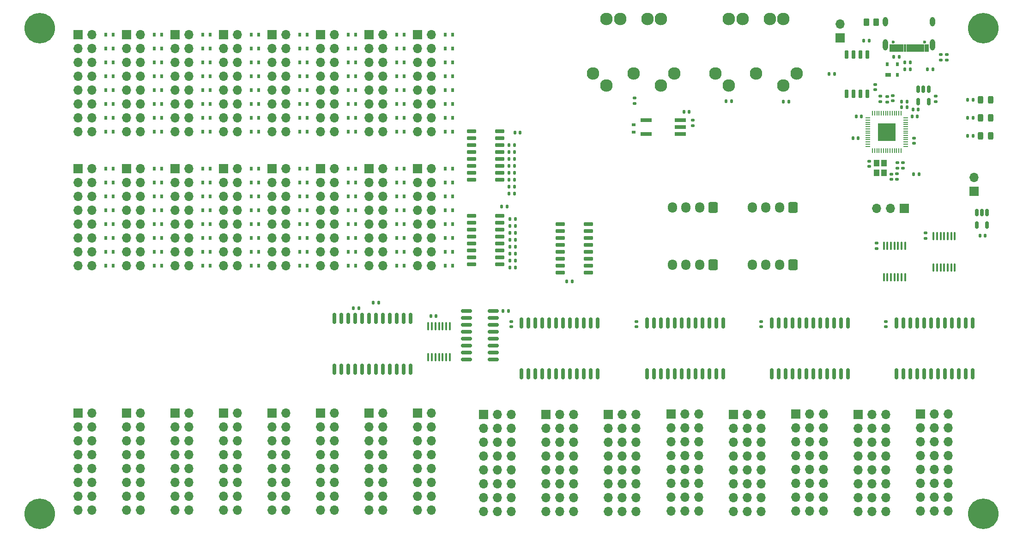
<source format=gts>
G04 #@! TF.GenerationSoftware,KiCad,Pcbnew,6.0.9*
G04 #@! TF.CreationDate,2022-11-14T17:03:07+01:00*
G04 #@! TF.ProjectId,OpenDeck-r3.1.0,4f70656e-4465-4636-9b2d-72332e312e30,rev?*
G04 #@! TF.SameCoordinates,Original*
G04 #@! TF.FileFunction,Soldermask,Top*
G04 #@! TF.FilePolarity,Negative*
%FSLAX46Y46*%
G04 Gerber Fmt 4.6, Leading zero omitted, Abs format (unit mm)*
G04 Created by KiCad (PCBNEW 6.0.9) date 2022-11-14 17:03:07*
%MOMM*%
%LPD*%
G01*
G04 APERTURE LIST*
G04 Aperture macros list*
%AMRoundRect*
0 Rectangle with rounded corners*
0 $1 Rounding radius*
0 $2 $3 $4 $5 $6 $7 $8 $9 X,Y pos of 4 corners*
0 Add a 4 corners polygon primitive as box body*
4,1,4,$2,$3,$4,$5,$6,$7,$8,$9,$2,$3,0*
0 Add four circle primitives for the rounded corners*
1,1,$1+$1,$2,$3*
1,1,$1+$1,$4,$5*
1,1,$1+$1,$6,$7*
1,1,$1+$1,$8,$9*
0 Add four rect primitives between the rounded corners*
20,1,$1+$1,$2,$3,$4,$5,0*
20,1,$1+$1,$4,$5,$6,$7,0*
20,1,$1+$1,$6,$7,$8,$9,0*
20,1,$1+$1,$8,$9,$2,$3,0*%
G04 Aperture macros list end*
%ADD10C,0.010000*%
%ADD11R,2.000000X0.640000*%
%ADD12R,0.600000X0.700000*%
%ADD13RoundRect,0.140000X0.170000X-0.140000X0.170000X0.140000X-0.170000X0.140000X-0.170000X-0.140000X0*%
%ADD14R,1.700000X1.700000*%
%ADD15O,1.700000X1.700000*%
%ADD16RoundRect,0.243750X0.243750X0.456250X-0.243750X0.456250X-0.243750X-0.456250X0.243750X-0.456250X0*%
%ADD17RoundRect,0.135000X-0.135000X-0.185000X0.135000X-0.185000X0.135000X0.185000X-0.135000X0.185000X0*%
%ADD18C,5.600000*%
%ADD19RoundRect,0.250000X0.600000X0.725000X-0.600000X0.725000X-0.600000X-0.725000X0.600000X-0.725000X0*%
%ADD20O,1.700000X1.950000*%
%ADD21RoundRect,0.140000X0.140000X0.170000X-0.140000X0.170000X-0.140000X-0.170000X0.140000X-0.170000X0*%
%ADD22RoundRect,0.135000X-0.185000X0.135000X-0.185000X-0.135000X0.185000X-0.135000X0.185000X0.135000X0*%
%ADD23C,2.300000*%
%ADD24RoundRect,0.140000X-0.140000X-0.170000X0.140000X-0.170000X0.140000X0.170000X-0.140000X0.170000X0*%
%ADD25RoundRect,0.140000X-0.170000X0.140000X-0.170000X-0.140000X0.170000X-0.140000X0.170000X0.140000X0*%
%ADD26RoundRect,0.150000X-0.150000X0.650000X-0.150000X-0.650000X0.150000X-0.650000X0.150000X0.650000X0*%
%ADD27RoundRect,0.150000X-0.725000X-0.150000X0.725000X-0.150000X0.725000X0.150000X-0.725000X0.150000X0*%
%ADD28R,1.000000X1.150000*%
%ADD29RoundRect,0.150000X-0.150000X0.512500X-0.150000X-0.512500X0.150000X-0.512500X0.150000X0.512500X0*%
%ADD30RoundRect,0.100000X0.100000X-0.637500X0.100000X0.637500X-0.100000X0.637500X-0.100000X-0.637500X0*%
%ADD31R,0.700000X0.600000*%
%ADD32RoundRect,0.135000X0.185000X-0.135000X0.185000X0.135000X-0.185000X0.135000X-0.185000X-0.135000X0*%
%ADD33RoundRect,0.150000X-0.825000X-0.150000X0.825000X-0.150000X0.825000X0.150000X-0.825000X0.150000X0*%
%ADD34RoundRect,0.150000X0.150000X-0.875000X0.150000X0.875000X-0.150000X0.875000X-0.150000X-0.875000X0*%
%ADD35RoundRect,0.135000X0.135000X0.185000X-0.135000X0.185000X-0.135000X-0.185000X0.135000X-0.185000X0*%
%ADD36RoundRect,0.050000X-0.387500X-0.050000X0.387500X-0.050000X0.387500X0.050000X-0.387500X0.050000X0*%
%ADD37RoundRect,0.050000X-0.050000X-0.387500X0.050000X-0.387500X0.050000X0.387500X-0.050000X0.387500X0*%
%ADD38R,3.200000X3.200000*%
%ADD39R,1.000000X0.700000*%
%ADD40RoundRect,0.150000X0.725000X0.150000X-0.725000X0.150000X-0.725000X-0.150000X0.725000X-0.150000X0*%
%ADD41C,0.600000*%
%ADD42O,0.950000X2.050000*%
%ADD43O,0.950000X1.750000*%
%ADD44RoundRect,0.250000X-0.262500X-0.450000X0.262500X-0.450000X0.262500X0.450000X-0.262500X0.450000X0*%
G04 APERTURE END LIST*
G36*
X247098000Y-34224400D02*
G01*
X246398000Y-34224400D01*
X246398000Y-32984400D01*
X247098000Y-32984400D01*
X247098000Y-34224400D01*
G37*
D10*
X247098000Y-34224400D02*
X246398000Y-34224400D01*
X246398000Y-32984400D01*
X247098000Y-32984400D01*
X247098000Y-34224400D01*
G36*
X245298000Y-34224400D02*
G01*
X244898000Y-34224400D01*
X244898000Y-32984400D01*
X245298000Y-32984400D01*
X245298000Y-34224400D01*
G37*
X245298000Y-34224400D02*
X244898000Y-34224400D01*
X244898000Y-32984400D01*
X245298000Y-32984400D01*
X245298000Y-34224400D01*
G36*
X246298000Y-34224400D02*
G01*
X245898000Y-34224400D01*
X245898000Y-32984400D01*
X246298000Y-32984400D01*
X246298000Y-34224400D01*
G37*
X246298000Y-34224400D02*
X245898000Y-34224400D01*
X245898000Y-32984400D01*
X246298000Y-32984400D01*
X246298000Y-34224400D01*
G36*
X243798000Y-34224400D02*
G01*
X243398000Y-34224400D01*
X243398000Y-32984400D01*
X243798000Y-32984400D01*
X243798000Y-34224400D01*
G37*
X243798000Y-34224400D02*
X243398000Y-34224400D01*
X243398000Y-32984400D01*
X243798000Y-32984400D01*
X243798000Y-34224400D01*
G36*
X241498000Y-34224400D02*
G01*
X240798000Y-34224400D01*
X240798000Y-32984400D01*
X241498000Y-32984400D01*
X241498000Y-34224400D01*
G37*
X241498000Y-34224400D02*
X240798000Y-34224400D01*
X240798000Y-32984400D01*
X241498000Y-32984400D01*
X241498000Y-34224400D01*
G36*
X244798000Y-34224400D02*
G01*
X244398000Y-34224400D01*
X244398000Y-32984400D01*
X244798000Y-32984400D01*
X244798000Y-34224400D01*
G37*
X244798000Y-34224400D02*
X244398000Y-34224400D01*
X244398000Y-32984400D01*
X244798000Y-32984400D01*
X244798000Y-34224400D01*
G36*
X247898000Y-34224400D02*
G01*
X247198000Y-34224400D01*
X247198000Y-32984400D01*
X247898000Y-32984400D01*
X247898000Y-34224400D01*
G37*
X247898000Y-34224400D02*
X247198000Y-34224400D01*
X247198000Y-32984400D01*
X247898000Y-32984400D01*
X247898000Y-34224400D01*
G36*
X242298000Y-34224400D02*
G01*
X241598000Y-34224400D01*
X241598000Y-32984400D01*
X242298000Y-32984400D01*
X242298000Y-34224400D01*
G37*
X242298000Y-34224400D02*
X241598000Y-34224400D01*
X241598000Y-32984400D01*
X242298000Y-32984400D01*
X242298000Y-34224400D01*
G36*
X244298000Y-34224400D02*
G01*
X243898000Y-34224400D01*
X243898000Y-32984400D01*
X244298000Y-32984400D01*
X244298000Y-34224400D01*
G37*
X244298000Y-34224400D02*
X243898000Y-34224400D01*
X243898000Y-32984400D01*
X244298000Y-32984400D01*
X244298000Y-34224400D01*
G36*
X242798000Y-34224400D02*
G01*
X242398000Y-34224400D01*
X242398000Y-32984400D01*
X242798000Y-32984400D01*
X242798000Y-34224400D01*
G37*
X242798000Y-34224400D02*
X242398000Y-34224400D01*
X242398000Y-32984400D01*
X242798000Y-32984400D01*
X242798000Y-34224400D01*
G36*
X243298000Y-34224400D02*
G01*
X242898000Y-34224400D01*
X242898000Y-32984400D01*
X243298000Y-32984400D01*
X243298000Y-34224400D01*
G37*
X243298000Y-34224400D02*
X242898000Y-34224400D01*
X242898000Y-32984400D01*
X243298000Y-32984400D01*
X243298000Y-34224400D01*
G36*
X245798000Y-34224400D02*
G01*
X245398000Y-34224400D01*
X245398000Y-32984400D01*
X245798000Y-32984400D01*
X245798000Y-34224400D01*
G37*
X245798000Y-34224400D02*
X245398000Y-34224400D01*
X245398000Y-32984400D01*
X245798000Y-32984400D01*
X245798000Y-34224400D01*
D11*
X196150000Y-46830000D03*
X196150000Y-49370000D03*
X202450000Y-49370000D03*
X202450000Y-48100000D03*
X202450000Y-46830000D03*
D12*
X141540000Y-36322000D03*
X142940000Y-36322000D03*
X132650000Y-36322000D03*
X134050000Y-36322000D03*
X123760000Y-46482000D03*
X125160000Y-46482000D03*
X114870000Y-46482000D03*
X116270000Y-46482000D03*
D13*
X241401600Y-43329800D03*
X241401600Y-42369800D03*
D14*
X166365000Y-100775000D03*
D15*
X166365000Y-103315000D03*
X166365000Y-105855000D03*
X166365000Y-108395000D03*
X166365000Y-110935000D03*
X166365000Y-113475000D03*
X166365000Y-116015000D03*
X166365000Y-118555000D03*
X168905000Y-100775000D03*
X168905000Y-103315000D03*
X168905000Y-105855000D03*
X168905000Y-108395000D03*
X168905000Y-110935000D03*
X168905000Y-113475000D03*
X168905000Y-116015000D03*
X168905000Y-118555000D03*
X171445000Y-100775000D03*
X171445000Y-103315000D03*
X171445000Y-105855000D03*
X171445000Y-108395000D03*
X171445000Y-110935000D03*
X171445000Y-113475000D03*
X171445000Y-116015000D03*
X171445000Y-118555000D03*
D12*
X132650000Y-65913000D03*
X134050000Y-65913000D03*
D16*
X259382500Y-43180000D03*
X257507500Y-43180000D03*
D17*
X171194000Y-68834000D03*
X172214000Y-68834000D03*
D18*
X258000000Y-30000000D03*
D12*
X141540000Y-31242000D03*
X142940000Y-31242000D03*
X105980000Y-46482000D03*
X107380000Y-46482000D03*
X159320000Y-33782000D03*
X160720000Y-33782000D03*
D19*
X208474000Y-73406000D03*
D20*
X205974000Y-73406000D03*
X203474000Y-73406000D03*
X200974000Y-73406000D03*
D17*
X171194000Y-67564000D03*
X172214000Y-67564000D03*
D14*
X256286000Y-59944000D03*
D15*
X256286000Y-57404000D03*
D17*
X171067000Y-59065640D03*
X172087000Y-59065640D03*
D13*
X243225000Y-55630000D03*
X243225000Y-54670000D03*
D12*
X159320000Y-38862000D03*
X160720000Y-38862000D03*
D21*
X235633200Y-46228000D03*
X234673200Y-46228000D03*
D12*
X123760000Y-36322000D03*
X125160000Y-36322000D03*
D17*
X171067000Y-57795640D03*
X172087000Y-57795640D03*
D12*
X97090000Y-73533000D03*
X98490000Y-73533000D03*
D22*
X204700000Y-46890000D03*
X204700000Y-47910000D03*
D12*
X105980000Y-31242000D03*
X107380000Y-31242000D03*
D19*
X223123000Y-62882000D03*
D20*
X220623000Y-62882000D03*
X218123000Y-62882000D03*
X215623000Y-62882000D03*
D12*
X105980000Y-70993000D03*
X107380000Y-70993000D03*
D23*
X208908000Y-38313000D03*
X216358000Y-38313000D03*
X223808000Y-38313000D03*
X211358000Y-40513000D03*
X221358000Y-40513000D03*
X221358000Y-28363000D03*
X211358000Y-28363000D03*
X213858000Y-28363000D03*
X218858000Y-28363000D03*
D12*
X97090000Y-70993000D03*
X98490000Y-70993000D03*
X159320000Y-65913000D03*
X160720000Y-65913000D03*
X105980000Y-43942000D03*
X107380000Y-43942000D03*
X105980000Y-36322000D03*
X107380000Y-36322000D03*
D13*
X250190000Y-35836800D03*
X250190000Y-34876800D03*
D12*
X132650000Y-41402000D03*
X134050000Y-41402000D03*
D14*
X223652000Y-100745000D03*
D15*
X223652000Y-103285000D03*
X223652000Y-105825000D03*
X223652000Y-108365000D03*
X223652000Y-110905000D03*
X223652000Y-113445000D03*
X223652000Y-115985000D03*
X223652000Y-118525000D03*
X226192000Y-100745000D03*
X226192000Y-103285000D03*
X226192000Y-105825000D03*
X226192000Y-108365000D03*
X226192000Y-110905000D03*
X226192000Y-113445000D03*
X226192000Y-115985000D03*
X226192000Y-118525000D03*
X228732000Y-100745000D03*
X228732000Y-103285000D03*
X228732000Y-105825000D03*
X228732000Y-108365000D03*
X228732000Y-110905000D03*
X228732000Y-113445000D03*
X228732000Y-115985000D03*
X228732000Y-118525000D03*
D14*
X100930596Y-100545916D03*
D15*
X103470596Y-100545916D03*
X100930596Y-103085916D03*
X103470596Y-103085916D03*
X100930596Y-105625916D03*
X103470596Y-105625916D03*
X100930596Y-108165916D03*
X103470596Y-108165916D03*
X100930596Y-110705916D03*
X103470596Y-110705916D03*
X100930596Y-113245916D03*
X103470596Y-113245916D03*
X100930596Y-115785916D03*
X103470596Y-115785916D03*
X100930596Y-118325916D03*
X103470596Y-118325916D03*
D17*
X171067000Y-53985640D03*
X172087000Y-53985640D03*
D12*
X123760000Y-33782000D03*
X125160000Y-33782000D03*
D19*
X223139000Y-73406000D03*
D20*
X220639000Y-73406000D03*
X218139000Y-73406000D03*
X215639000Y-73406000D03*
D13*
X238201200Y-41272400D03*
X238201200Y-40312400D03*
D24*
X243029800Y-44475400D03*
X243989800Y-44475400D03*
D12*
X150430000Y-68453000D03*
X151830000Y-68453000D03*
D21*
X173073000Y-49159640D03*
X172113000Y-49159640D03*
D25*
X249250000Y-42495000D03*
X249250000Y-43455000D03*
D14*
X92075000Y-55753000D03*
D15*
X94615000Y-55753000D03*
X92075000Y-58293000D03*
X94615000Y-58293000D03*
X92075000Y-60833000D03*
X94615000Y-60833000D03*
X92075000Y-63373000D03*
X94615000Y-63373000D03*
X92075000Y-65913000D03*
X94615000Y-65913000D03*
X92075000Y-68453000D03*
X94615000Y-68453000D03*
X92075000Y-70993000D03*
X94615000Y-70993000D03*
X92075000Y-73533000D03*
X94615000Y-73533000D03*
D17*
X247775000Y-37592000D03*
X248795000Y-37592000D03*
D12*
X132650000Y-58293000D03*
X134050000Y-58293000D03*
D17*
X171067000Y-55255640D03*
X172087000Y-55255640D03*
D14*
X109855000Y-55753000D03*
D15*
X112395000Y-55753000D03*
X109855000Y-58293000D03*
X112395000Y-58293000D03*
X109855000Y-60833000D03*
X112395000Y-60833000D03*
X109855000Y-63373000D03*
X112395000Y-63373000D03*
X109855000Y-65913000D03*
X112395000Y-65913000D03*
X109855000Y-68453000D03*
X112395000Y-68453000D03*
X109855000Y-70993000D03*
X112395000Y-70993000D03*
X109855000Y-73533000D03*
X112395000Y-73533000D03*
D12*
X132650000Y-55753000D03*
X134050000Y-55753000D03*
D14*
X243469400Y-63042800D03*
D15*
X240929400Y-63042800D03*
X238389400Y-63042800D03*
D17*
X171067000Y-52715640D03*
X172087000Y-52715640D03*
D12*
X150430000Y-36322000D03*
X151830000Y-36322000D03*
X97090000Y-49022000D03*
X98490000Y-49022000D03*
X97090000Y-31242000D03*
X98490000Y-31242000D03*
D21*
X235074400Y-50190400D03*
X234114400Y-50190400D03*
D12*
X114870000Y-70993000D03*
X116270000Y-70993000D03*
D14*
X136525000Y-31242000D03*
D15*
X139065000Y-31242000D03*
X136525000Y-33782000D03*
X139065000Y-33782000D03*
X136525000Y-36322000D03*
X139065000Y-36322000D03*
X136525000Y-38862000D03*
X139065000Y-38862000D03*
X136525000Y-41402000D03*
X139065000Y-41402000D03*
X136525000Y-43942000D03*
X139065000Y-43942000D03*
X136525000Y-46482000D03*
X139065000Y-46482000D03*
X136525000Y-49022000D03*
X139065000Y-49022000D03*
D17*
X171194000Y-70104000D03*
X172214000Y-70104000D03*
D26*
X236728000Y-34881000D03*
X235458000Y-34881000D03*
X234188000Y-34881000D03*
X232918000Y-34881000D03*
X232918000Y-42081000D03*
X234188000Y-42081000D03*
X235458000Y-42081000D03*
X236728000Y-42081000D03*
D14*
X109855000Y-31242000D03*
D15*
X112395000Y-31242000D03*
X109855000Y-33782000D03*
X112395000Y-33782000D03*
X109855000Y-36322000D03*
X112395000Y-36322000D03*
X109855000Y-38862000D03*
X112395000Y-38862000D03*
X109855000Y-41402000D03*
X112395000Y-41402000D03*
X109855000Y-43942000D03*
X112395000Y-43942000D03*
X109855000Y-46482000D03*
X112395000Y-46482000D03*
X109855000Y-49022000D03*
X112395000Y-49022000D03*
D18*
X258000000Y-119000000D03*
D21*
X243989800Y-43484800D03*
X243029800Y-43484800D03*
D12*
X97090000Y-41402000D03*
X98490000Y-41402000D03*
X159320000Y-63373000D03*
X160720000Y-63373000D03*
D16*
X259382500Y-49784000D03*
X257507500Y-49784000D03*
D12*
X105980000Y-73533000D03*
X107380000Y-73533000D03*
X114870000Y-73533000D03*
X116270000Y-73533000D03*
X123760000Y-60833000D03*
X125160000Y-60833000D03*
X159320000Y-60833000D03*
X160720000Y-60833000D03*
D14*
X100965000Y-55753000D03*
D15*
X103505000Y-55753000D03*
X100965000Y-58293000D03*
X103505000Y-58293000D03*
X100965000Y-60833000D03*
X103505000Y-60833000D03*
X100965000Y-63373000D03*
X103505000Y-63373000D03*
X100965000Y-65913000D03*
X103505000Y-65913000D03*
X100965000Y-68453000D03*
X103505000Y-68453000D03*
X100965000Y-70993000D03*
X103505000Y-70993000D03*
X100965000Y-73533000D03*
X103505000Y-73533000D03*
D27*
X164176000Y-64389000D03*
X164176000Y-65659000D03*
X164176000Y-66929000D03*
X164176000Y-68199000D03*
X164176000Y-69469000D03*
X164176000Y-70739000D03*
X164176000Y-72009000D03*
X164176000Y-73279000D03*
X169326000Y-73279000D03*
X169326000Y-72009000D03*
X169326000Y-70739000D03*
X169326000Y-69469000D03*
X169326000Y-68199000D03*
X169326000Y-66929000D03*
X169326000Y-65659000D03*
X169326000Y-64389000D03*
D17*
X171067000Y-51445640D03*
X172087000Y-51445640D03*
D28*
X238415600Y-54775000D03*
X238415600Y-56525000D03*
X239815600Y-56525000D03*
X239815600Y-54775000D03*
D12*
X150430000Y-41402000D03*
X151830000Y-41402000D03*
X123760000Y-55753000D03*
X125160000Y-55753000D03*
D29*
X258699000Y-63825250D03*
X257749000Y-63825250D03*
X256799000Y-63825250D03*
X256799000Y-66100250D03*
X258699000Y-66100250D03*
D25*
X245313200Y-50167600D03*
X245313200Y-51127600D03*
D21*
X182598000Y-76454000D03*
X181638000Y-76454000D03*
D13*
X238404400Y-70380800D03*
X238404400Y-69420800D03*
D30*
X248875000Y-73855500D03*
X249525000Y-73855500D03*
X250175000Y-73855500D03*
X250825000Y-73855500D03*
X251475000Y-73855500D03*
X252125000Y-73855500D03*
X252775000Y-73855500D03*
X252775000Y-68130500D03*
X252125000Y-68130500D03*
X251475000Y-68130500D03*
X250825000Y-68130500D03*
X250175000Y-68130500D03*
X249525000Y-68130500D03*
X248875000Y-68130500D03*
D12*
X105980000Y-33782000D03*
X107380000Y-33782000D03*
D14*
X136490596Y-100545916D03*
D15*
X139030596Y-100545916D03*
X136490596Y-103085916D03*
X139030596Y-103085916D03*
X136490596Y-105625916D03*
X139030596Y-105625916D03*
X136490596Y-108165916D03*
X139030596Y-108165916D03*
X136490596Y-110705916D03*
X139030596Y-110705916D03*
X136490596Y-113245916D03*
X139030596Y-113245916D03*
X136490596Y-115785916D03*
X139030596Y-115785916D03*
X136490596Y-118325916D03*
X139030596Y-118325916D03*
D21*
X157676000Y-82765916D03*
X156716000Y-82765916D03*
D12*
X123760000Y-41402000D03*
X125160000Y-41402000D03*
D14*
X92075000Y-31242000D03*
D15*
X94615000Y-31242000D03*
X92075000Y-33782000D03*
X94615000Y-33782000D03*
X92075000Y-36322000D03*
X94615000Y-36322000D03*
X92075000Y-38862000D03*
X94615000Y-38862000D03*
X92075000Y-41402000D03*
X94615000Y-41402000D03*
X92075000Y-43942000D03*
X94615000Y-43942000D03*
X92075000Y-46482000D03*
X94615000Y-46482000D03*
X92075000Y-49022000D03*
X94615000Y-49022000D03*
D14*
X92040596Y-100530916D03*
D15*
X94580596Y-100530916D03*
X92040596Y-103070916D03*
X94580596Y-103070916D03*
X92040596Y-105610916D03*
X94580596Y-105610916D03*
X92040596Y-108150916D03*
X94580596Y-108150916D03*
X92040596Y-110690916D03*
X94580596Y-110690916D03*
X92040596Y-113230916D03*
X94580596Y-113230916D03*
X92040596Y-115770916D03*
X94580596Y-115770916D03*
X92040596Y-118310916D03*
X94580596Y-118310916D03*
D17*
X171194000Y-66294000D03*
X172214000Y-66294000D03*
D12*
X132650000Y-73533000D03*
X134050000Y-73533000D03*
D30*
X239756400Y-75658900D03*
X240406400Y-75658900D03*
X241056400Y-75658900D03*
X241706400Y-75658900D03*
X242356400Y-75658900D03*
X243006400Y-75658900D03*
X243656400Y-75658900D03*
X243656400Y-69933900D03*
X243006400Y-69933900D03*
X242356400Y-69933900D03*
X241706400Y-69933900D03*
X241056400Y-69933900D03*
X240406400Y-69933900D03*
X239756400Y-69933900D03*
D17*
X171194000Y-73914000D03*
X172214000Y-73914000D03*
D16*
X259382500Y-46482000D03*
X257507500Y-46482000D03*
D12*
X114870000Y-65913000D03*
X116270000Y-65913000D03*
X159320000Y-41402000D03*
X160720000Y-41402000D03*
D31*
X193929000Y-47687000D03*
X193929000Y-49087000D03*
D17*
X171194000Y-71374000D03*
X172214000Y-71374000D03*
D30*
X156262000Y-90327416D03*
X156912000Y-90327416D03*
X157562000Y-90327416D03*
X158212000Y-90327416D03*
X158862000Y-90327416D03*
X159512000Y-90327416D03*
X160162000Y-90327416D03*
X160162000Y-84602416D03*
X159512000Y-84602416D03*
X158862000Y-84602416D03*
X158212000Y-84602416D03*
X157562000Y-84602416D03*
X156912000Y-84602416D03*
X156262000Y-84602416D03*
D12*
X97090000Y-63373000D03*
X98490000Y-63373000D03*
D32*
X242150000Y-57710800D03*
X242150000Y-56690800D03*
D12*
X150430000Y-60833000D03*
X151830000Y-60833000D03*
X105980000Y-38862000D03*
X107380000Y-38862000D03*
X150430000Y-58293000D03*
X151830000Y-58293000D03*
X159320000Y-58293000D03*
X160720000Y-58293000D03*
X114870000Y-33782000D03*
X116270000Y-33782000D03*
X159320000Y-36322000D03*
X160720000Y-36322000D03*
X123760000Y-43942000D03*
X125160000Y-43942000D03*
D33*
X163250000Y-81805000D03*
X163250000Y-83075000D03*
X163250000Y-84345000D03*
X163250000Y-85615000D03*
X163250000Y-86885000D03*
X163250000Y-88155000D03*
X163250000Y-89425000D03*
X163250000Y-90695000D03*
X168200000Y-90695000D03*
X168200000Y-89425000D03*
X168200000Y-88155000D03*
X168200000Y-86885000D03*
X168200000Y-85615000D03*
X168200000Y-84345000D03*
X168200000Y-83075000D03*
X168200000Y-81805000D03*
D12*
X105980000Y-63373000D03*
X107380000Y-63373000D03*
X132650000Y-43942000D03*
X134050000Y-43942000D03*
X159320000Y-55753000D03*
X160720000Y-55753000D03*
D34*
X242062000Y-93330000D03*
X243332000Y-93330000D03*
X244602000Y-93330000D03*
X245872000Y-93330000D03*
X247142000Y-93330000D03*
X248412000Y-93330000D03*
X249682000Y-93330000D03*
X250952000Y-93330000D03*
X252222000Y-93330000D03*
X253492000Y-93330000D03*
X254762000Y-93330000D03*
X256032000Y-93330000D03*
X256032000Y-84030000D03*
X254762000Y-84030000D03*
X253492000Y-84030000D03*
X252222000Y-84030000D03*
X250952000Y-84030000D03*
X249682000Y-84030000D03*
X248412000Y-84030000D03*
X247142000Y-84030000D03*
X245872000Y-84030000D03*
X244602000Y-84030000D03*
X243332000Y-84030000D03*
X242062000Y-84030000D03*
X139035000Y-92495916D03*
X140305000Y-92495916D03*
X141575000Y-92495916D03*
X142845000Y-92495916D03*
X144115000Y-92495916D03*
X145385000Y-92495916D03*
X146655000Y-92495916D03*
X147925000Y-92495916D03*
X149195000Y-92495916D03*
X150465000Y-92495916D03*
X151735000Y-92495916D03*
X153005000Y-92495916D03*
X153005000Y-83195916D03*
X151735000Y-83195916D03*
X150465000Y-83195916D03*
X149195000Y-83195916D03*
X147925000Y-83195916D03*
X146655000Y-83195916D03*
X145385000Y-83195916D03*
X144115000Y-83195916D03*
X142845000Y-83195916D03*
X141575000Y-83195916D03*
X140305000Y-83195916D03*
X139035000Y-83195916D03*
D12*
X141540000Y-38862000D03*
X142940000Y-38862000D03*
D19*
X208474000Y-62882000D03*
D20*
X205974000Y-62882000D03*
X203474000Y-62882000D03*
X200974000Y-62882000D03*
D12*
X114870000Y-68453000D03*
X116270000Y-68453000D03*
D17*
X221352000Y-43520000D03*
X222372000Y-43520000D03*
D35*
X246260000Y-56775000D03*
X245240000Y-56775000D03*
D13*
X240157000Y-84715000D03*
X240157000Y-83755000D03*
D14*
X246507000Y-100745000D03*
D15*
X246507000Y-103285000D03*
X246507000Y-105825000D03*
X246507000Y-108365000D03*
X246507000Y-110905000D03*
X246507000Y-113445000D03*
X246507000Y-115985000D03*
X246507000Y-118525000D03*
X249047000Y-100745000D03*
X249047000Y-103285000D03*
X249047000Y-105825000D03*
X249047000Y-108365000D03*
X249047000Y-110905000D03*
X249047000Y-113445000D03*
X249047000Y-115985000D03*
X249047000Y-118525000D03*
X251587000Y-100745000D03*
X251587000Y-103285000D03*
X251587000Y-105825000D03*
X251587000Y-108365000D03*
X251587000Y-110905000D03*
X251587000Y-113445000D03*
X251587000Y-115985000D03*
X251587000Y-118525000D03*
D12*
X114870000Y-31242000D03*
X116270000Y-31242000D03*
X150430000Y-31242000D03*
X151830000Y-31242000D03*
X114870000Y-55753000D03*
X116270000Y-55753000D03*
X105980000Y-55753000D03*
X107380000Y-55753000D03*
D13*
X247446800Y-68501200D03*
X247446800Y-67541200D03*
D12*
X132650000Y-70993000D03*
X134050000Y-70993000D03*
D34*
X196347000Y-93330000D03*
X197617000Y-93330000D03*
X198887000Y-93330000D03*
X200157000Y-93330000D03*
X201427000Y-93330000D03*
X202697000Y-93330000D03*
X203967000Y-93330000D03*
X205237000Y-93330000D03*
X206507000Y-93330000D03*
X207777000Y-93330000D03*
X209047000Y-93330000D03*
X210317000Y-93330000D03*
X210317000Y-84030000D03*
X209047000Y-84030000D03*
X207777000Y-84030000D03*
X206507000Y-84030000D03*
X205237000Y-84030000D03*
X203967000Y-84030000D03*
X202697000Y-84030000D03*
X201427000Y-84030000D03*
X200157000Y-84030000D03*
X198887000Y-84030000D03*
X197617000Y-84030000D03*
X196347000Y-84030000D03*
D14*
X136525000Y-55753000D03*
D15*
X139065000Y-55753000D03*
X136525000Y-58293000D03*
X139065000Y-58293000D03*
X136525000Y-60833000D03*
X139065000Y-60833000D03*
X136525000Y-63373000D03*
X139065000Y-63373000D03*
X136525000Y-65913000D03*
X139065000Y-65913000D03*
X136525000Y-68453000D03*
X139065000Y-68453000D03*
X136525000Y-70993000D03*
X139065000Y-70993000D03*
X136525000Y-73533000D03*
X139065000Y-73533000D03*
D12*
X150430000Y-38862000D03*
X151830000Y-38862000D03*
X114870000Y-38862000D03*
X116270000Y-38862000D03*
D36*
X236855000Y-46457000D03*
X236855000Y-46857000D03*
X236855000Y-47257000D03*
X236855000Y-47657000D03*
X236855000Y-48057000D03*
X236855000Y-48457000D03*
X236855000Y-48857000D03*
X236855000Y-49257000D03*
X236855000Y-49657000D03*
X236855000Y-50057000D03*
X236855000Y-50457000D03*
X236855000Y-50857000D03*
X236855000Y-51257000D03*
X236855000Y-51657000D03*
D37*
X237692500Y-52494500D03*
X238092500Y-52494500D03*
X238492500Y-52494500D03*
X238892500Y-52494500D03*
X239292500Y-52494500D03*
X239692500Y-52494500D03*
X240092500Y-52494500D03*
X240492500Y-52494500D03*
X240892500Y-52494500D03*
X241292500Y-52494500D03*
X241692500Y-52494500D03*
X242092500Y-52494500D03*
X242492500Y-52494500D03*
X242892500Y-52494500D03*
D36*
X243730000Y-51657000D03*
X243730000Y-51257000D03*
X243730000Y-50857000D03*
X243730000Y-50457000D03*
X243730000Y-50057000D03*
X243730000Y-49657000D03*
X243730000Y-49257000D03*
X243730000Y-48857000D03*
X243730000Y-48457000D03*
X243730000Y-48057000D03*
X243730000Y-47657000D03*
X243730000Y-47257000D03*
X243730000Y-46857000D03*
X243730000Y-46457000D03*
D37*
X242892500Y-45619500D03*
X242492500Y-45619500D03*
X242092500Y-45619500D03*
X241692500Y-45619500D03*
X241292500Y-45619500D03*
X240892500Y-45619500D03*
X240492500Y-45619500D03*
X240092500Y-45619500D03*
X239692500Y-45619500D03*
X239292500Y-45619500D03*
X238892500Y-45619500D03*
X238492500Y-45619500D03*
X238092500Y-45619500D03*
X237692500Y-45619500D03*
D38*
X240292500Y-49057000D03*
D12*
X141540000Y-49022000D03*
X142940000Y-49022000D03*
D25*
X241150000Y-56746200D03*
X241150000Y-57706200D03*
D12*
X141540000Y-41402000D03*
X142940000Y-41402000D03*
D39*
X240550000Y-38592000D03*
D12*
X242250000Y-38592000D03*
X242250000Y-36592000D03*
X240350000Y-36592000D03*
X132650000Y-60833000D03*
X134050000Y-60833000D03*
X150430000Y-73533000D03*
X151830000Y-73533000D03*
X123760000Y-31242000D03*
X125160000Y-31242000D03*
D14*
X145415000Y-31242000D03*
D15*
X147955000Y-31242000D03*
X145415000Y-33782000D03*
X147955000Y-33782000D03*
X145415000Y-36322000D03*
X147955000Y-36322000D03*
X145415000Y-38862000D03*
X147955000Y-38862000D03*
X145415000Y-41402000D03*
X147955000Y-41402000D03*
X145415000Y-43942000D03*
X147955000Y-43942000D03*
X145415000Y-46482000D03*
X147955000Y-46482000D03*
X145415000Y-49022000D03*
X147955000Y-49022000D03*
D34*
X219207000Y-93330000D03*
X220477000Y-93330000D03*
X221747000Y-93330000D03*
X223017000Y-93330000D03*
X224287000Y-93330000D03*
X225557000Y-93330000D03*
X226827000Y-93330000D03*
X228097000Y-93330000D03*
X229367000Y-93330000D03*
X230637000Y-93330000D03*
X231907000Y-93330000D03*
X233177000Y-93330000D03*
X233177000Y-84030000D03*
X231907000Y-84030000D03*
X230637000Y-84030000D03*
X229367000Y-84030000D03*
X228097000Y-84030000D03*
X226827000Y-84030000D03*
X225557000Y-84030000D03*
X224287000Y-84030000D03*
X223017000Y-84030000D03*
X221747000Y-84030000D03*
X220477000Y-84030000D03*
X219207000Y-84030000D03*
D29*
X247975000Y-41178900D03*
X247025000Y-41178900D03*
X246075000Y-41178900D03*
X246075000Y-43453900D03*
X247975000Y-43453900D03*
D12*
X159320000Y-46482000D03*
X160720000Y-46482000D03*
X141540000Y-70993000D03*
X142940000Y-70993000D03*
X114870000Y-49022000D03*
X116270000Y-49022000D03*
X97090000Y-46482000D03*
X98490000Y-46482000D03*
D21*
X204080000Y-45300000D03*
X203120000Y-45300000D03*
D13*
X240411000Y-43533000D03*
X240411000Y-42573000D03*
D14*
X127635000Y-31242000D03*
D15*
X130175000Y-31242000D03*
X127635000Y-33782000D03*
X130175000Y-33782000D03*
X127635000Y-36322000D03*
X130175000Y-36322000D03*
X127635000Y-38862000D03*
X130175000Y-38862000D03*
X127635000Y-41402000D03*
X130175000Y-41402000D03*
X127635000Y-43942000D03*
X130175000Y-43942000D03*
X127635000Y-46482000D03*
X130175000Y-46482000D03*
X127635000Y-49022000D03*
X130175000Y-49022000D03*
D25*
X242225000Y-54670000D03*
X242225000Y-55630000D03*
D23*
X186458000Y-38313000D03*
X193908000Y-38313000D03*
X201358000Y-38313000D03*
X188908000Y-40513000D03*
X198908000Y-40513000D03*
X198908000Y-28363000D03*
X188908000Y-28363000D03*
X191408000Y-28363000D03*
X196408000Y-28363000D03*
D27*
X164176000Y-48905640D03*
X164176000Y-50175640D03*
X164176000Y-51445640D03*
X164176000Y-52715640D03*
X164176000Y-53985640D03*
X164176000Y-55255640D03*
X164176000Y-56525640D03*
X164176000Y-57795640D03*
X169326000Y-57795640D03*
X169326000Y-56525640D03*
X169326000Y-55255640D03*
X169326000Y-53985640D03*
X169326000Y-52715640D03*
X169326000Y-51445640D03*
X169326000Y-50175640D03*
X169326000Y-48905640D03*
D12*
X132650000Y-68453000D03*
X134050000Y-68453000D03*
X97090000Y-60833000D03*
X98490000Y-60833000D03*
X132650000Y-38862000D03*
X134050000Y-38862000D03*
D24*
X244934800Y-46228000D03*
X245894800Y-46228000D03*
D12*
X141540000Y-33782000D03*
X142940000Y-33782000D03*
D14*
X145415000Y-55753000D03*
D15*
X147955000Y-55753000D03*
X145415000Y-58293000D03*
X147955000Y-58293000D03*
X145415000Y-60833000D03*
X147955000Y-60833000D03*
X145415000Y-63373000D03*
X147955000Y-63373000D03*
X145415000Y-65913000D03*
X147955000Y-65913000D03*
X145415000Y-68453000D03*
X147955000Y-68453000D03*
X145415000Y-70993000D03*
X147955000Y-70993000D03*
X145415000Y-73533000D03*
X147955000Y-73533000D03*
D12*
X123760000Y-49022000D03*
X125160000Y-49022000D03*
X141540000Y-46482000D03*
X142940000Y-46482000D03*
D17*
X243584000Y-36322000D03*
X244604000Y-36322000D03*
D14*
X109820596Y-100545916D03*
D15*
X112360596Y-100545916D03*
X109820596Y-103085916D03*
X112360596Y-103085916D03*
X109820596Y-105625916D03*
X112360596Y-105625916D03*
X109820596Y-108165916D03*
X112360596Y-108165916D03*
X109820596Y-110705916D03*
X112360596Y-110705916D03*
X109820596Y-113245916D03*
X112360596Y-113245916D03*
X109820596Y-115785916D03*
X112360596Y-115785916D03*
X109820596Y-118325916D03*
X112360596Y-118325916D03*
D34*
X173355000Y-93345000D03*
X174625000Y-93345000D03*
X175895000Y-93345000D03*
X177165000Y-93345000D03*
X178435000Y-93345000D03*
X179705000Y-93345000D03*
X180975000Y-93345000D03*
X182245000Y-93345000D03*
X183515000Y-93345000D03*
X184785000Y-93345000D03*
X186055000Y-93345000D03*
X187325000Y-93345000D03*
X187325000Y-84045000D03*
X186055000Y-84045000D03*
X184785000Y-84045000D03*
X183515000Y-84045000D03*
X182245000Y-84045000D03*
X180975000Y-84045000D03*
X179705000Y-84045000D03*
X178435000Y-84045000D03*
X177165000Y-84045000D03*
X175895000Y-84045000D03*
X174625000Y-84045000D03*
X173355000Y-84045000D03*
D24*
X245112600Y-44881800D03*
X246072600Y-44881800D03*
D12*
X150430000Y-49022000D03*
X151830000Y-49022000D03*
D17*
X142464000Y-81353916D03*
X143484000Y-81353916D03*
D14*
X118745000Y-31242000D03*
D15*
X121285000Y-31242000D03*
X118745000Y-33782000D03*
X121285000Y-33782000D03*
X118745000Y-36322000D03*
X121285000Y-36322000D03*
X118745000Y-38862000D03*
X121285000Y-38862000D03*
X118745000Y-41402000D03*
X121285000Y-41402000D03*
X118745000Y-43942000D03*
X121285000Y-43942000D03*
X118745000Y-46482000D03*
X121285000Y-46482000D03*
X118745000Y-49022000D03*
X121285000Y-49022000D03*
D12*
X141540000Y-68453000D03*
X142940000Y-68453000D03*
D17*
X255141000Y-49784000D03*
X256161000Y-49784000D03*
D12*
X123760000Y-70993000D03*
X125160000Y-70993000D03*
X97090000Y-33782000D03*
X98490000Y-33782000D03*
X132650000Y-33782000D03*
X134050000Y-33782000D03*
X150430000Y-33782000D03*
X151830000Y-33782000D03*
D21*
X170930000Y-81800000D03*
X169970000Y-81800000D03*
D17*
X255141000Y-46482000D03*
X256161000Y-46482000D03*
D12*
X150430000Y-65913000D03*
X151830000Y-65913000D03*
X105980000Y-60833000D03*
X107380000Y-60833000D03*
X114870000Y-60833000D03*
X116270000Y-60833000D03*
X97090000Y-38862000D03*
X98490000Y-38862000D03*
D17*
X255141000Y-43180000D03*
X256161000Y-43180000D03*
D40*
X185582000Y-74803000D03*
X185582000Y-73533000D03*
X185582000Y-72263000D03*
X185582000Y-70993000D03*
X185582000Y-69723000D03*
X185582000Y-68453000D03*
X185582000Y-67183000D03*
X185582000Y-65913000D03*
X180432000Y-65913000D03*
X180432000Y-67183000D03*
X180432000Y-68453000D03*
X180432000Y-69723000D03*
X180432000Y-70993000D03*
X180432000Y-72263000D03*
X180432000Y-73533000D03*
X180432000Y-74803000D03*
D12*
X132650000Y-31242000D03*
X134050000Y-31242000D03*
X150430000Y-46482000D03*
X151830000Y-46482000D03*
D14*
X231749600Y-31805800D03*
D15*
X231749600Y-29265800D03*
D35*
X242597400Y-35306000D03*
X241577400Y-35306000D03*
D14*
X127635000Y-55753000D03*
D15*
X130175000Y-55753000D03*
X127635000Y-58293000D03*
X130175000Y-58293000D03*
X127635000Y-60833000D03*
X130175000Y-60833000D03*
X127635000Y-63373000D03*
X130175000Y-63373000D03*
X127635000Y-65913000D03*
X130175000Y-65913000D03*
X127635000Y-68453000D03*
X130175000Y-68453000D03*
X127635000Y-70993000D03*
X130175000Y-70993000D03*
X127635000Y-73533000D03*
X130175000Y-73533000D03*
D14*
X127600596Y-100545916D03*
D15*
X130140596Y-100545916D03*
X127600596Y-103085916D03*
X130140596Y-103085916D03*
X127600596Y-105625916D03*
X130140596Y-105625916D03*
X127600596Y-108165916D03*
X130140596Y-108165916D03*
X127600596Y-110705916D03*
X130140596Y-110705916D03*
X127600596Y-113245916D03*
X130140596Y-113245916D03*
X127600596Y-115785916D03*
X130140596Y-115785916D03*
X127600596Y-118325916D03*
X130140596Y-118325916D03*
D12*
X141540000Y-63373000D03*
X142940000Y-63373000D03*
D25*
X237100000Y-54370000D03*
X237100000Y-55330000D03*
D12*
X159320000Y-70993000D03*
X160720000Y-70993000D03*
D14*
X200792000Y-100745000D03*
D15*
X200792000Y-103285000D03*
X200792000Y-105825000D03*
X200792000Y-108365000D03*
X200792000Y-110905000D03*
X200792000Y-113445000D03*
X200792000Y-115985000D03*
X200792000Y-118525000D03*
X203332000Y-100745000D03*
X203332000Y-103285000D03*
X203332000Y-105825000D03*
X203332000Y-108365000D03*
X203332000Y-110905000D03*
X203332000Y-113445000D03*
X203332000Y-115985000D03*
X203332000Y-118525000D03*
X205872000Y-100745000D03*
X205872000Y-103285000D03*
X205872000Y-105825000D03*
X205872000Y-108365000D03*
X205872000Y-110905000D03*
X205872000Y-113445000D03*
X205872000Y-115985000D03*
X205872000Y-118525000D03*
D12*
X150430000Y-63373000D03*
X151830000Y-63373000D03*
D18*
X85000000Y-119000000D03*
D12*
X141540000Y-43942000D03*
X142940000Y-43942000D03*
D17*
X171194000Y-72644000D03*
X172214000Y-72644000D03*
D14*
X177800000Y-100760000D03*
D15*
X177800000Y-103300000D03*
X177800000Y-105840000D03*
X177800000Y-108380000D03*
X177800000Y-110920000D03*
X177800000Y-113460000D03*
X177800000Y-116000000D03*
X177800000Y-118540000D03*
X180340000Y-100760000D03*
X180340000Y-103300000D03*
X180340000Y-105840000D03*
X180340000Y-108380000D03*
X180340000Y-110920000D03*
X180340000Y-113460000D03*
X180340000Y-116000000D03*
X180340000Y-118540000D03*
X182880000Y-100760000D03*
X182880000Y-103300000D03*
X182880000Y-105840000D03*
X182880000Y-108380000D03*
X182880000Y-110920000D03*
X182880000Y-113460000D03*
X182880000Y-116000000D03*
X182880000Y-118540000D03*
D12*
X141540000Y-65913000D03*
X142940000Y-65913000D03*
X132650000Y-49022000D03*
X134050000Y-49022000D03*
X123760000Y-73533000D03*
X125160000Y-73533000D03*
X123760000Y-38862000D03*
X125160000Y-38862000D03*
X150430000Y-43942000D03*
X151830000Y-43942000D03*
D18*
X85000000Y-30000000D03*
D12*
X97090000Y-58293000D03*
X98490000Y-58293000D03*
X105980000Y-58293000D03*
X107380000Y-58293000D03*
X97090000Y-43942000D03*
X98490000Y-43942000D03*
X150430000Y-55753000D03*
X151830000Y-55753000D03*
D17*
X171067000Y-56525640D03*
X172087000Y-56525640D03*
D12*
X159320000Y-43942000D03*
X160720000Y-43942000D03*
X150430000Y-70993000D03*
X151830000Y-70993000D03*
X114870000Y-41402000D03*
X116270000Y-41402000D03*
D17*
X229715000Y-38400000D03*
X230735000Y-38400000D03*
D14*
X154305000Y-55753000D03*
D15*
X156845000Y-55753000D03*
X154305000Y-58293000D03*
X156845000Y-58293000D03*
X154305000Y-60833000D03*
X156845000Y-60833000D03*
X154305000Y-63373000D03*
X156845000Y-63373000D03*
X154305000Y-65913000D03*
X156845000Y-65913000D03*
X154305000Y-68453000D03*
X156845000Y-68453000D03*
X154305000Y-70993000D03*
X156845000Y-70993000D03*
X154305000Y-73533000D03*
X156845000Y-73533000D03*
D22*
X194056000Y-42810000D03*
X194056000Y-43830000D03*
D14*
X189230000Y-100760000D03*
D15*
X189230000Y-103300000D03*
X189230000Y-105840000D03*
X189230000Y-108380000D03*
X189230000Y-110920000D03*
X189230000Y-113460000D03*
X189230000Y-116000000D03*
X189230000Y-118540000D03*
X191770000Y-100760000D03*
X191770000Y-103300000D03*
X191770000Y-105840000D03*
X191770000Y-108380000D03*
X191770000Y-110920000D03*
X191770000Y-113460000D03*
X191770000Y-116000000D03*
X191770000Y-118540000D03*
X194310000Y-100760000D03*
X194310000Y-103300000D03*
X194310000Y-105840000D03*
X194310000Y-108380000D03*
X194310000Y-110920000D03*
X194310000Y-113460000D03*
X194310000Y-116000000D03*
X194310000Y-118540000D03*
D17*
X171067000Y-60335640D03*
X172087000Y-60335640D03*
D12*
X123760000Y-63373000D03*
X125160000Y-63373000D03*
X141540000Y-73533000D03*
X142940000Y-73533000D03*
D13*
X217302000Y-84715000D03*
X217302000Y-83755000D03*
D12*
X105980000Y-49022000D03*
X107380000Y-49022000D03*
D17*
X243584000Y-37592000D03*
X244604000Y-37592000D03*
D13*
X251307600Y-35836800D03*
X251307600Y-34876800D03*
D12*
X123760000Y-65913000D03*
X125160000Y-65913000D03*
X132650000Y-46482000D03*
X134050000Y-46482000D03*
D14*
X154265596Y-100560916D03*
D15*
X156805596Y-100560916D03*
X154265596Y-103100916D03*
X156805596Y-103100916D03*
X154265596Y-105640916D03*
X156805596Y-105640916D03*
X154265596Y-108180916D03*
X156805596Y-108180916D03*
X154265596Y-110720916D03*
X156805596Y-110720916D03*
X154265596Y-113260916D03*
X156805596Y-113260916D03*
X154265596Y-115800916D03*
X156805596Y-115800916D03*
X154265596Y-118340916D03*
X156805596Y-118340916D03*
D12*
X123760000Y-58293000D03*
X125160000Y-58293000D03*
D13*
X194442000Y-84715000D03*
X194442000Y-83755000D03*
D14*
X154305000Y-31242000D03*
D15*
X156845000Y-31242000D03*
X154305000Y-33782000D03*
X156845000Y-33782000D03*
X154305000Y-36322000D03*
X156845000Y-36322000D03*
X154305000Y-38862000D03*
X156845000Y-38862000D03*
X154305000Y-41402000D03*
X156845000Y-41402000D03*
X154305000Y-43942000D03*
X156845000Y-43942000D03*
X154305000Y-46482000D03*
X156845000Y-46482000D03*
X154305000Y-49022000D03*
X156845000Y-49022000D03*
D25*
X239100000Y-42495000D03*
X239100000Y-43455000D03*
D12*
X105980000Y-41402000D03*
X107380000Y-41402000D03*
D14*
X212217000Y-100760000D03*
D15*
X212217000Y-103300000D03*
X212217000Y-105840000D03*
X212217000Y-108380000D03*
X212217000Y-110920000D03*
X212217000Y-113460000D03*
X212217000Y-116000000D03*
X212217000Y-118540000D03*
X214757000Y-100760000D03*
X214757000Y-103300000D03*
X214757000Y-105840000D03*
X214757000Y-108380000D03*
X214757000Y-110920000D03*
X214757000Y-113460000D03*
X214757000Y-116000000D03*
X214757000Y-118540000D03*
X217297000Y-100760000D03*
X217297000Y-103300000D03*
X217297000Y-105840000D03*
X217297000Y-108380000D03*
X217297000Y-110920000D03*
X217297000Y-113460000D03*
X217297000Y-116000000D03*
X217297000Y-118540000D03*
D12*
X141540000Y-55753000D03*
X142940000Y-55753000D03*
D21*
X170660000Y-62738000D03*
X169700000Y-62738000D03*
D14*
X145380596Y-100560916D03*
D15*
X147920596Y-100560916D03*
X145380596Y-103100916D03*
X147920596Y-103100916D03*
X145380596Y-105640916D03*
X147920596Y-105640916D03*
X145380596Y-108180916D03*
X147920596Y-108180916D03*
X145380596Y-110720916D03*
X147920596Y-110720916D03*
X145380596Y-113260916D03*
X147920596Y-113260916D03*
X145380596Y-115800916D03*
X147920596Y-115800916D03*
X145380596Y-118340916D03*
X147920596Y-118340916D03*
D12*
X97090000Y-65913000D03*
X98490000Y-65913000D03*
X114870000Y-58293000D03*
X116270000Y-58293000D03*
X132650000Y-63373000D03*
X134050000Y-63373000D03*
D41*
X247238000Y-32534400D03*
X241458000Y-32534400D03*
D42*
X248673000Y-33024400D03*
X240023000Y-33024400D03*
D43*
X248673000Y-28854400D03*
X240023000Y-28854400D03*
D12*
X114870000Y-43942000D03*
X116270000Y-43942000D03*
D44*
X236562500Y-28875000D03*
X238387500Y-28875000D03*
D13*
X171450000Y-84730000D03*
X171450000Y-83770000D03*
D14*
X118710596Y-100545916D03*
D15*
X121250596Y-100545916D03*
X118710596Y-103085916D03*
X121250596Y-103085916D03*
X118710596Y-105625916D03*
X121250596Y-105625916D03*
X118710596Y-108165916D03*
X121250596Y-108165916D03*
X118710596Y-110705916D03*
X121250596Y-110705916D03*
X118710596Y-113245916D03*
X121250596Y-113245916D03*
X118710596Y-115785916D03*
X121250596Y-115785916D03*
X118710596Y-118325916D03*
X121250596Y-118325916D03*
D21*
X147135000Y-80337916D03*
X146175000Y-80337916D03*
D12*
X159320000Y-73533000D03*
X160720000Y-73533000D03*
D14*
X100965000Y-31242000D03*
D15*
X103505000Y-31242000D03*
X100965000Y-33782000D03*
X103505000Y-33782000D03*
X100965000Y-36322000D03*
X103505000Y-36322000D03*
X100965000Y-38862000D03*
X103505000Y-38862000D03*
X100965000Y-41402000D03*
X103505000Y-41402000D03*
X100965000Y-43942000D03*
X103505000Y-43942000D03*
X100965000Y-46482000D03*
X103505000Y-46482000D03*
X100965000Y-49022000D03*
X103505000Y-49022000D03*
D12*
X114870000Y-63373000D03*
X116270000Y-63373000D03*
D35*
X211838000Y-43434000D03*
X210818000Y-43434000D03*
D12*
X105980000Y-68453000D03*
X107380000Y-68453000D03*
D14*
X235072000Y-100760000D03*
D15*
X235072000Y-103300000D03*
X235072000Y-105840000D03*
X235072000Y-108380000D03*
X235072000Y-110920000D03*
X235072000Y-113460000D03*
X235072000Y-116000000D03*
X235072000Y-118540000D03*
X237612000Y-100760000D03*
X237612000Y-103300000D03*
X237612000Y-105840000D03*
X237612000Y-108380000D03*
X237612000Y-110920000D03*
X237612000Y-113460000D03*
X237612000Y-116000000D03*
X237612000Y-118540000D03*
X240152000Y-100760000D03*
X240152000Y-103300000D03*
X240152000Y-105840000D03*
X240152000Y-108380000D03*
X240152000Y-110920000D03*
X240152000Y-113460000D03*
X240152000Y-116000000D03*
X240152000Y-118540000D03*
D12*
X97090000Y-36322000D03*
X98490000Y-36322000D03*
X114870000Y-36322000D03*
X116270000Y-36322000D03*
X97090000Y-55753000D03*
X98490000Y-55753000D03*
D35*
X237110000Y-32275000D03*
X236090000Y-32275000D03*
D12*
X105980000Y-65913000D03*
X107380000Y-65913000D03*
X141540000Y-60833000D03*
X142940000Y-60833000D03*
X141540000Y-58293000D03*
X142940000Y-58293000D03*
X97090000Y-68453000D03*
X98490000Y-68453000D03*
D14*
X118745000Y-55753000D03*
D15*
X121285000Y-55753000D03*
X118745000Y-58293000D03*
X121285000Y-58293000D03*
X118745000Y-60833000D03*
X121285000Y-60833000D03*
X118745000Y-63373000D03*
X121285000Y-63373000D03*
X118745000Y-65913000D03*
X121285000Y-65913000D03*
X118745000Y-68453000D03*
X121285000Y-68453000D03*
X118745000Y-70993000D03*
X121285000Y-70993000D03*
X118745000Y-73533000D03*
X121285000Y-73533000D03*
D24*
X257409000Y-68016250D03*
X258369000Y-68016250D03*
D17*
X171194000Y-65024000D03*
X172214000Y-65024000D03*
D12*
X159320000Y-49022000D03*
X160720000Y-49022000D03*
X159320000Y-31242000D03*
X160720000Y-31242000D03*
X123760000Y-68453000D03*
X125160000Y-68453000D03*
X159320000Y-68453000D03*
X160720000Y-68453000D03*
M02*

</source>
